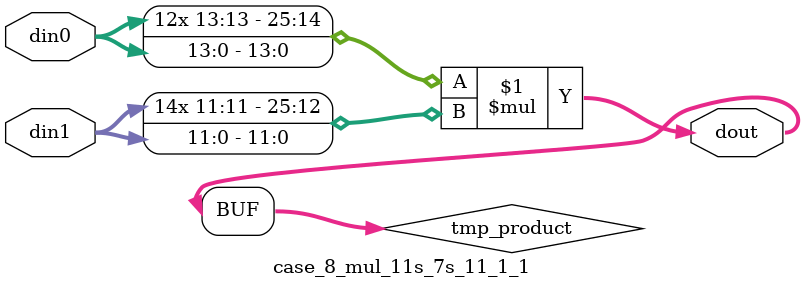
<source format=v>

`timescale 1 ns / 1 ps

 module case_8_mul_11s_7s_11_1_1(din0, din1, dout);
parameter ID = 1;
parameter NUM_STAGE = 0;
parameter din0_WIDTH = 14;
parameter din1_WIDTH = 12;
parameter dout_WIDTH = 26;

input [din0_WIDTH - 1 : 0] din0; 
input [din1_WIDTH - 1 : 0] din1; 
output [dout_WIDTH - 1 : 0] dout;

wire signed [dout_WIDTH - 1 : 0] tmp_product;



























assign tmp_product = $signed(din0) * $signed(din1);








assign dout = tmp_product;





















endmodule

</source>
